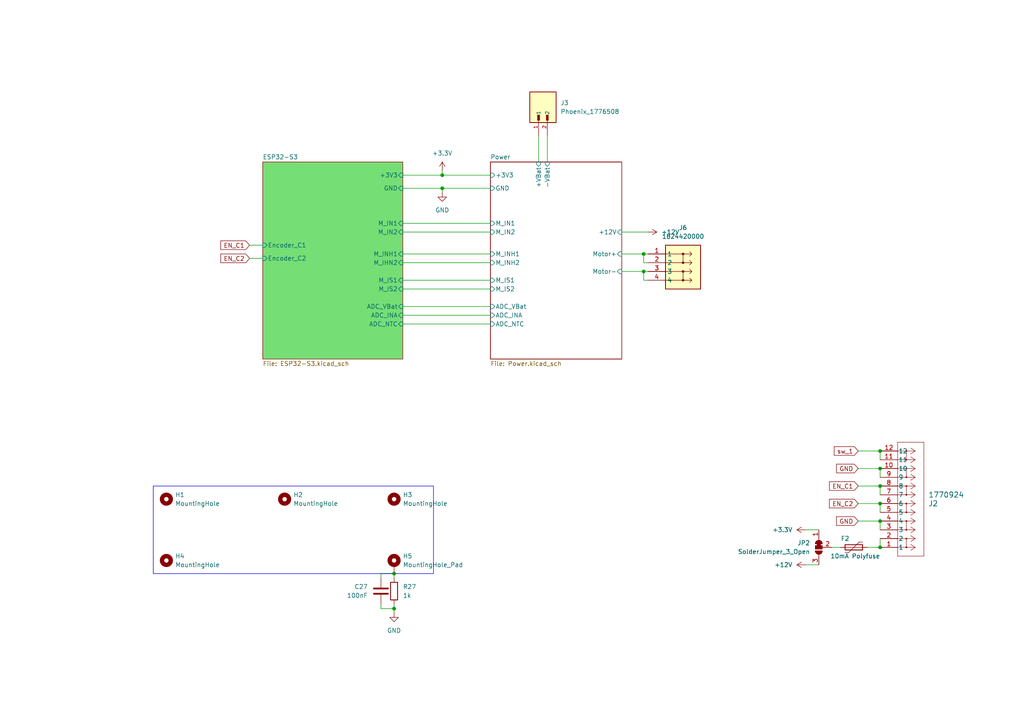
<source format=kicad_sch>
(kicad_sch (version 20230121) (generator eeschema)
  (paper "A4")
  (lib_symbols
    (symbol "BugWiper_Lib:1770924" (pin_names (offset 0.254))
      (property "Reference" "J" (at 8.89 6.35 0))
      (property "Value" "1770924" (at 0 0 0))
      (symbol "1770924_0_1"
        (polyline (pts (xy 5.08 -30.48) (xy 12.7 -30.48)) (stroke (width 0.127)))
        (polyline (pts (xy 5.08 2.54) (xy 5.08 -30.48)) (stroke (width 0.127)))
        (polyline (pts (xy 7.62 -25.4) (xy 7.62 -27.94)) (stroke (width 0.127)))
        (polyline (pts (xy 7.62 -20.32) (xy 7.62 -22.86)) (stroke (width 0.127)))
        (polyline (pts (xy 7.62 -15.24) (xy 7.62 -17.78)) (stroke (width 0.127)))
        (polyline (pts (xy 7.62 -10.16) (xy 7.62 -12.7)) (stroke (width 0.127)))
        (polyline (pts (xy 7.62 -5.08) (xy 7.62 -7.62)) (stroke (width 0.127)))
        (polyline (pts (xy 7.62 0) (xy 7.62 -2.54)) (stroke (width 0.127)))
        (polyline (pts (xy 10.16 -27.94) (xy 5.08 -27.94)) (stroke (width 0.127)))
        (polyline (pts (xy 10.16 -27.94) (xy 8.89 -28.7867)) (stroke (width 0.127)))
        (polyline (pts (xy 10.16 -27.94) (xy 8.89 -27.0933)) (stroke (width 0.127)))
        (polyline (pts (xy 10.16 -25.4) (xy 5.08 -25.4)) (stroke (width 0.127)))
        (polyline (pts (xy 10.16 -25.4) (xy 8.89 -26.2467)) (stroke (width 0.127)))
        (polyline (pts (xy 10.16 -25.4) (xy 8.89 -24.5533)) (stroke (width 0.127)))
        (polyline (pts (xy 10.16 -22.86) (xy 5.08 -22.86)) (stroke (width 0.127)))
        (polyline (pts (xy 10.16 -22.86) (xy 8.89 -23.7067)) (stroke (width 0.127)))
        (polyline (pts (xy 10.16 -22.86) (xy 8.89 -22.0133)) (stroke (width 0.127)))
        (polyline (pts (xy 10.16 -20.32) (xy 5.08 -20.32)) (stroke (width 0.127)))
        (polyline (pts (xy 10.16 -20.32) (xy 8.89 -21.1667)) (stroke (width 0.127)))
        (polyline (pts (xy 10.16 -20.32) (xy 8.89 -19.4733)) (stroke (width 0.127)))
        (polyline (pts (xy 10.16 -17.78) (xy 5.08 -17.78)) (stroke (width 0.127)))
        (polyline (pts (xy 10.16 -17.78) (xy 8.89 -18.6267)) (stroke (width 0.127)))
        (polyline (pts (xy 10.16 -17.78) (xy 8.89 -16.9333)) (stroke (width 0.127)))
        (polyline (pts (xy 10.16 -15.24) (xy 5.08 -15.24)) (stroke (width 0.127)))
        (polyline (pts (xy 10.16 -15.24) (xy 8.89 -16.0867)) (stroke (width 0.127)))
        (polyline (pts (xy 10.16 -15.24) (xy 8.89 -14.3933)) (stroke (width 0.127)))
        (polyline (pts (xy 10.16 -12.7) (xy 5.08 -12.7)) (stroke (width 0.127)))
        (polyline (pts (xy 10.16 -12.7) (xy 8.89 -13.5467)) (stroke (width 0.127)))
        (polyline (pts (xy 10.16 -12.7) (xy 8.89 -11.8533)) (stroke (width 0.127)))
        (polyline (pts (xy 10.16 -10.16) (xy 5.08 -10.16)) (stroke (width 0.127)))
        (polyline (pts (xy 10.16 -10.16) (xy 8.89 -11.0067)) (stroke (width 0.127)))
        (polyline (pts (xy 10.16 -10.16) (xy 8.89 -9.3133)) (stroke (width 0.127)))
        (polyline (pts (xy 10.16 -7.62) (xy 5.08 -7.62)) (stroke (width 0.127)))
        (polyline (pts (xy 10.16 -7.62) (xy 8.89 -8.4667)) (stroke (width 0.127)))
        (polyline (pts (xy 10.16 -7.62) (xy 8.89 -6.7733)) (stroke (width 0.127)))
        (polyline (pts (xy 10.16 -5.08) (xy 5.08 -5.08)) (stroke (width 0.127)))
        (polyline (pts (xy 10.16 -5.08) (xy 8.89 -5.9267)) (stroke (width 0.127)))
        (polyline (pts (xy 10.16 -5.08) (xy 8.89 -4.2333)) (stroke (width 0.127)))
        (polyline (pts (xy 10.16 -2.54) (xy 5.08 -2.54)) (stroke (width 0.127)))
        (polyline (pts (xy 10.16 -2.54) (xy 8.89 -3.3867)) (stroke (width 0.127)))
        (polyline (pts (xy 10.16 -2.54) (xy 8.89 -1.6933)) (stroke (width 0.127)))
        (polyline (pts (xy 10.16 0) (xy 5.08 0)) (stroke (width 0.127)))
        (polyline (pts (xy 10.16 0) (xy 8.89 -0.8467)) (stroke (width 0.127)))
        (polyline (pts (xy 10.16 0) (xy 8.89 0.8467)) (stroke (width 0.127)))
        (polyline (pts (xy 12.7 -30.48) (xy 12.7 2.54)) (stroke (width 0.127)))
        (polyline (pts (xy 12.7 2.54) (xy 5.08 2.54)) (stroke (width 0.127)))
        (circle (center 7.62 -27.94) (radius 0.127) (stroke (width 0.254)))
        (circle (center 7.62 -25.4) (radius 0.127) (stroke (width 0.254)))
        (circle (center 7.62 -22.86) (radius 0.127) (stroke (width 0.254)))
        (circle (center 7.62 -20.32) (radius 0.127) (stroke (width 0.254)))
        (circle (center 7.62 -17.78) (radius 0.127) (stroke (width 0.254)))
        (circle (center 7.62 -15.24) (radius 0.127) (stroke (width 0.254)))
        (circle (center 7.62 -12.7) (radius 0.127) (stroke (width 0.254)))
        (circle (center 7.62 -10.16) (radius 0.127) (stroke (width 0.254)))
        (circle (center 7.62 -7.62) (radius 0.127) (stroke (width 0.254)))
        (circle (center 7.62 -5.08) (radius 0.127) (stroke (width 0.254)))
        (circle (center 7.62 -2.54) (radius 0.127) (stroke (width 0.254)))
        (circle (center 7.62 0) (radius 0.127) (stroke (width 0.254)))
        (pin unspecified line (at 0 0 0) (length 5.08) (name "1") (number "1"))
        (pin unspecified line (at 0 -22.86 0) (length 5.08) (name "10") (number "10"))
        (pin unspecified line (at 0 -25.4 0) (length 5.08) (name "11") (number "11"))
        (pin unspecified line (at 0 -27.94 0) (length 5.08) (name "12") (number "12"))
        (pin unspecified line (at 0 -2.54 0) (length 5.08) (name "2") (number "2"))
        (pin unspecified line (at 0 -5.08 0) (length 5.08) (name "3") (number "3"))
        (pin unspecified line (at 0 -7.62 0) (length 5.08) (name "4") (number "4"))
        (pin unspecified line (at 0 -10.16 0) (length 5.08) (name "5") (number "5"))
        (pin unspecified line (at 0 -12.7 0) (length 5.08) (name "6") (number "6"))
        (pin unspecified line (at 0 -15.24 0) (length 5.08) (name "7") (number "7"))
        (pin unspecified line (at 0 -17.78 0) (length 5.08) (name "8") (number "8"))
        (pin unspecified line (at 0 -20.32 0) (length 5.08) (name "9") (number "9"))
      )
    )
    (symbol "BugWiper_Lib:1824420000"
      (property "Reference" "J" (at 10.033 7.239 0))
      (property "Value" "1824420000" (at 4.064 4.699 0))
      (symbol "1824420000_0_1"
        (polyline (pts (xy 10.16 -7.62) (xy 12.7 -7.62)))
        (polyline (pts (xy 10.16 -5.08) (xy 12.7 -5.08)))
        (polyline (pts (xy 10.16 -2.54) (xy 12.7 -2.54)))
        (polyline (pts (xy 10.16 0) (xy 12.7 0)))
        (polyline (pts (xy 12.7 -2.54) (xy 12.065 -3.175)))
        (polyline (pts (xy 12.7 -2.54) (xy 12.065 -1.905)))
        (polyline (pts (xy 5.08 -5.08) (xy 10.16 -5.08) (xy 10.16 -7.62) (xy 5.08 -7.62)))
        (polyline (pts (xy 5.08 0) (xy 10.16 0) (xy 10.16 -2.54) (xy 5.08 -2.54)))
        (polyline (pts (xy 12.7 -7.62) (xy 12.065 -6.985) (xy 12.7 -7.62) (xy 12.065 -8.255)))
        (polyline (pts (xy 12.7 -5.08) (xy 12.065 -4.445) (xy 12.7 -5.08) (xy 12.065 -5.715)))
        (polyline (pts (xy 12.7 0) (xy 12.065 0.635) (xy 12.7 0) (xy 12.065 -0.635)))
      )
      (symbol "1824420000_1_1"
        (rectangle (start 5.08 2.54) (end 15.24 -10.16) (stroke (width 0.254)) (fill (type background)))
        (circle (center 10.16 -7.62) (radius 0.284) (fill (type outline)))
        (circle (center 10.16 -5.08) (radius 0.284) (fill (type outline)))
        (circle (center 10.16 -2.54) (radius 0.284) (fill (type outline)))
        (circle (center 10.16 0) (radius 0.284) (fill (type outline)))
        (pin passive line (at 0 0 0) (length 5.08) (name "1") (number "1"))
        (pin passive line (at 0 -2.54 0) (length 5.08) (name "2") (number "2"))
        (pin passive line (at 0 -5.08 0) (length 5.08) (name "3") (number "3"))
        (pin passive line (at 0 -7.62 0) (length 5.08) (name "4") (number "4"))
      )
    )
    (symbol "BugWiper_Lib:Phoenix_1776508" (pin_names (offset 1.016))
      (property "Reference" "J" (at -2.54 3.302 0))
      (property "Value" "Phoenix_1776508" (at -2.54 -7.62 0))
      (symbol "Phoenix_1776508_0_0"
        (rectangle (start -3.81 -5.08) (end 5.08 2.54) (stroke (width 0.254)) (fill (type background)))
        (rectangle (start -3.175 -2.8575) (end -1.5875 -2.2225) (stroke (width 0.1)) (fill (type outline)))
        (rectangle (start -3.175 -0.3175) (end -1.5875 0.3175) (stroke (width 0.1)) (fill (type outline)))
        (pin passive line (at -7.62 0 0) (length 5.08) (name "1") (number "1"))
        (pin passive line (at -7.62 -2.54 0) (length 5.08) (name "2") (number "2"))
      )
    )
    (symbol "Device:C" (pin_numbers hide) (pin_names (offset 0.254))
      (property "Reference" "C" (at 0.635 2.54 0))
      (property "Value" "C" (at 0.635 -2.54 0))
      (symbol "C_0_1"
        (polyline (pts (xy -2.032 -0.762) (xy 2.032 -0.762)) (stroke (width 0.508)))
        (polyline (pts (xy -2.032 0.762) (xy 2.032 0.762)) (stroke (width 0.508)))
      )
      (symbol "C_1_1"
        (pin passive line (at 0 3.81 270) (length 2.794) (name "~") (number "1"))
        (pin passive line (at 0 -3.81 90) (length 2.794) (name "~") (number "2"))
      )
    )
    (symbol "Device:Polyfuse" (pin_numbers hide) (pin_names (offset 0))
      (property "Reference" "F" (at -2.54 0 90))
      (property "Value" "Polyfuse" (at 2.54 0 90))
      (symbol "Polyfuse_0_1"
        (rectangle (start -0.762 2.54) (end 0.762 -2.54) (stroke (width 0.254)))
        (polyline (pts (xy 0 2.54) (xy 0 -2.54)))
        (polyline (pts (xy -1.524 2.54) (xy -1.524 1.524) (xy 1.524 -1.524) (xy 1.524 -2.54)))
      )
      (symbol "Polyfuse_1_1"
        (pin passive line (at 0 3.81 270) (length 1.27) (name "~") (number "1"))
        (pin passive line (at 0 -3.81 90) (length 1.27) (name "~") (number "2"))
      )
    )
    (symbol "Device:R" (pin_numbers hide) (pin_names (offset 0))
      (property "Reference" "R" (at 2.032 0 90))
      (property "Value" "R" (at 0 0 90))
      (symbol "R_0_1"
        (rectangle (start -1.016 -2.54) (end 1.016 2.54) (stroke (width 0.254)))
      )
      (symbol "R_1_1"
        (pin passive line (at 0 3.81 270) (length 1.27) (name "~") (number "1"))
        (pin passive line (at 0 -3.81 90) (length 1.27) (name "~") (number "2"))
      )
    )
    (symbol "Jumper:SolderJumper_3_Bridged12" (pin_names (offset 0) hide)
      (property "Reference" "JP" (at -2.54 -2.54 0))
      (property "Value" "SolderJumper_3_Bridged12" (at 0 2.794 0))
      (symbol "SolderJumper_3_Bridged12_0_1"
        (rectangle (start -1.016 0.508) (end -0.508 -0.508) (fill (type outline)))
        (arc (start -1.016 1.016) (mid -2.0276 0) (end -1.016 -1.016))
        (arc (start -1.016 1.016) (mid -2.0276 0) (end -1.016 -1.016) (fill (type outline)))
        (rectangle (start -0.508 1.016) (end 0.508 -1.016) (fill (type outline)))
        (polyline (pts (xy -2.54 0) (xy -2.032 0)))
        (polyline (pts (xy -1.016 1.016) (xy -1.016 -1.016)))
        (polyline (pts (xy 0 -1.27) (xy 0 -1.016)))
        (polyline (pts (xy 1.016 1.016) (xy 1.016 -1.016)))
        (polyline (pts (xy 2.54 0) (xy 2.032 0)))
        (arc (start 1.016 -1.016) (mid 2.0276 0) (end 1.016 1.016))
        (arc (start 1.016 -1.016) (mid 2.0276 0) (end 1.016 1.016) (fill (type outline)))
      )
      (symbol "SolderJumper_3_Bridged12_1_1"
        (pin passive line (at -5.08 0 0) (length 2.54) (name "A") (number "1"))
        (pin passive line (at 0 -3.81 90) (length 2.54) (name "C") (number "2"))
        (pin passive line (at 5.08 0 180) (length 2.54) (name "B") (number "3"))
      )
    )
    (symbol "Mechanical:MountingHole" (pin_names (offset 1.016))
      (property "Reference" "H" (at 0 5.08 0))
      (property "Value" "MountingHole" (at 0 3.175 0))
      (symbol "MountingHole_0_1"
        (circle (center 0 0) (radius 1.27) (stroke (width 1.27)))
      )
    )
    (symbol "Mechanical:MountingHole_Pad" (pin_numbers hide) (pin_names (offset 1.016) hide)
      (property "Reference" "H" (at 0 6.35 0))
      (property "Value" "MountingHole_Pad" (at 0 4.445 0))
      (symbol "MountingHole_Pad_0_1"
        (circle (center 0 1.27) (radius 1.27) (stroke (width 1.27)))
      )
      (symbol "MountingHole_Pad_1_1"
        (pin input line (at 0 -2.54 90) (length 2.54) (name "1") (number "1"))
      )
    )
    (symbol "power:+12V" (power) (pin_names (offset 0))
      (property "Value" "+12V" (at 0 3.556 0))
      (symbol "+12V_0_1"
        (polyline (pts (xy -0.762 1.27) (xy 0 2.54)))
        (polyline (pts (xy 0 0) (xy 0 2.54)))
        (polyline (pts (xy 0 2.54) (xy 0.762 1.27)))
      )
      (symbol "+12V_1_1"
        (pin power_in line (at 0 0 90) (length 0) hide (name "+12V") (number "1"))
      )
    )
    (symbol "power:+3.3V" (power) (pin_names (offset 0))
      (property "Value" "+3.3V" (at 0 3.556 0))
      (symbol "+3.3V_0_1"
        (polyline (pts (xy -0.762 1.27) (xy 0 2.54)))
        (polyline (pts (xy 0 0) (xy 0 2.54)))
        (polyline (pts (xy 0 2.54) (xy 0.762 1.27)))
      )
      (symbol "+3.3V_1_1"
        (pin power_in line (at 0 0 90) (length 0) hide (name "+3.3V") (number "1"))
      )
    )
    (symbol "power:GND" (power) (pin_names (offset 0))
      (property "Value" "GND" (at 0 -3.81 0))
      (symbol "GND_0_1"
        (polyline (pts (xy 0 0) (xy 0 -1.27) (xy 1.27 -1.27) (xy 0 -2.54) (xy -1.27 -1.27) (xy 0 -1.27)))
      )
      (symbol "GND_1_1"
        (pin power_in line (at 0 0 270) (length 0) hide (name "GND") (number "1"))
      )
    )
  )
  (junction (at 114.3 176.53))
  (junction (at 114.3 166.37))
  (junction (at 255.27 151.13))
  (junction (at 128.27 50.8))
  (junction (at 255.27 146.05))
  (junction (at 255.27 135.89))
  (junction (at 186.69 73.66))
  (junction (at 255.27 140.97))
  (junction (at 128.27 54.61))
  (junction (at 255.27 130.81))
  (junction (at 255.27 158.75))
  (junction (at 186.69 78.74))
  (wire (pts (xy 255.27 146.05) (xy 255.27 148.59)))
  (wire (pts (xy 248.92 151.13) (xy 255.27 151.13)))
  (wire (pts (xy 128.27 54.61) (xy 128.27 55.88)))
  (wire (pts (xy 180.34 78.74) (xy 186.69 78.74)))
  (wire (pts (xy 180.34 73.66) (xy 186.69 73.66)))
  (wire (pts (xy 116.84 76.2) (xy 142.24 76.2)))
  (wire (pts (xy 186.69 78.74) (xy 186.69 81.28)))
  (wire (pts (xy 248.92 135.89) (xy 255.27 135.89)))
  (wire (pts (xy 156.21 39.37) (xy 156.21 46.99)))
  (wire (pts (xy 116.84 81.28) (xy 142.24 81.28)))
  (wire (pts (xy 233.68 163.83) (xy 237.49 163.83)))
  (wire (pts (xy 116.84 64.77) (xy 142.24 64.77)))
  (wire (pts (xy 248.92 146.05) (xy 255.27 146.05)))
  (wire (pts (xy 180.34 67.31) (xy 187.96 67.31)))
  (wire (pts (xy 110.49 176.53) (xy 110.49 175.26)))
  (wire (pts (xy 116.84 93.98) (xy 142.24 93.98)))
  (wire (pts (xy 248.92 130.81) (xy 255.27 130.81)))
  (wire (pts (xy 114.3 176.53) (xy 114.3 177.8)))
  (wire (pts (xy 248.92 140.97) (xy 255.27 140.97)))
  (wire (pts (xy 186.69 73.66) (xy 186.69 76.2)))
  (wire (pts (xy 116.84 54.61) (xy 128.27 54.61)))
  (wire (pts (xy 233.68 153.67) (xy 237.49 153.67)))
  (wire (pts (xy 72.39 74.93) (xy 76.2 74.93)))
  (wire (pts (xy 116.84 88.9) (xy 142.24 88.9)))
  (wire (pts (xy 128.27 49.53) (xy 128.27 50.8)))
  (wire (pts (xy 255.27 156.21) (xy 255.27 158.75)))
  (wire (pts (xy 186.69 78.74) (xy 187.96 78.74)))
  (wire (pts (xy 241.3 158.75) (xy 243.84 158.75)))
  (wire (pts (xy 128.27 50.8) (xy 142.24 50.8)))
  (wire (pts (xy 116.84 91.44) (xy 142.24 91.44)))
  (wire (pts (xy 116.84 73.66) (xy 142.24 73.66)))
  (wire (pts (xy 116.84 50.8) (xy 128.27 50.8)))
  (wire (pts (xy 128.27 54.61) (xy 142.24 54.61)))
  (wire (pts (xy 158.75 39.37) (xy 158.75 46.99)))
  (wire (pts (xy 110.49 166.37) (xy 114.3 166.37)))
  (wire (pts (xy 255.27 140.97) (xy 255.27 143.51)))
  (wire (pts (xy 187.96 76.2) (xy 186.69 76.2)))
  (wire (pts (xy 255.27 130.81) (xy 255.27 133.35)))
  (wire (pts (xy 186.69 73.66) (xy 187.96 73.66)))
  (wire (pts (xy 72.39 71.12) (xy 76.2 71.12)))
  (wire (pts (xy 114.3 176.53) (xy 114.3 175.26)))
  (wire (pts (xy 110.49 176.53) (xy 114.3 176.53)))
  (wire (pts (xy 116.84 83.82) (xy 142.24 83.82)))
  (wire (pts (xy 255.27 135.89) (xy 255.27 138.43)))
  (wire (pts (xy 255.27 151.13) (xy 255.27 153.67)))
  (wire (pts (xy 116.84 67.31) (xy 142.24 67.31)))
  (wire (pts (xy 251.46 158.75) (xy 255.27 158.75)))
  (wire (pts (xy 114.3 166.37) (xy 114.3 167.64)))
  (wire (pts (xy 110.49 166.37) (xy 110.49 167.64)))
  (wire (pts (xy 187.96 81.28) (xy 186.69 81.28)))
  (rectangle (start 44.45 140.97) (end 125.73 166.37))
  (global_label "EN_C1" (shape input) (at 248.92 140.97 180) (property "Intersheetrefs" "${INTERSHEET_REFS}" (effects hide)))
  (global_label "GND" (shape input) (at 248.92 151.13 180) (property "Intersheetrefs" "${INTERSHEET_REFS}" (effects hide)))
  (global_label "GND" (shape input) (at 248.92 135.89 180) (property "Intersheetrefs" "${INTERSHEET_REFS}" (effects hide)))
  (global_label "EN_C2" (shape input) (at 72.39 74.93 180) (property "Intersheetrefs" "${INTERSHEET_REFS}" (effects hide)))
  (global_label "EN_C2" (shape input) (at 248.92 146.05 180) (property "Intersheetrefs" "${INTERSHEET_REFS}" (effects hide)))
  (global_label "sw_1" (shape input) (at 248.92 130.81 180) (property "Intersheetrefs" "${INTERSHEET_REFS}" (effects hide)))
  (global_label "EN_C1" (shape input) (at 72.39 71.12 180) (property "Intersheetrefs" "${INTERSHEET_REFS}" (effects hide)))
  (symbol (lib_id "power:+3.3V") (at 233.68 153.67 90) (unit 1)
    (property "Reference" "#PWR065" (effects hide))
    (property "Value" "+3.3V" (at 229.87 153.67 90) (effects (justify left)))
  )
  (symbol (lib_id "BugWiper_Lib:1770924") (at 255.27 158.75 0) (mirror x) (unit 1)
    (property "Reference" "J2" (at 269.24 146.05 0) (effects (font (size 1.524 1.524)) (justify left)))
    (property "Value" "1770924" (at 269.24 143.51 0) (effects (font (size 1.524 1.524)) (justify left)))
    (property "Footprint" "CONN_1814537" (effects hide))
    (property "Datasheet" "1770924" (effects hide))
  )
  (symbol (lib_id "Jumper:SolderJumper_3_Bridged12") (at 237.49 158.75 90) (mirror x) (unit 1)
    (property "Reference" "JP2" (at 234.95 157.48 90) (effects (justify left)))
    (property "Value" "SolderJumper_3_Open" (at 234.95 160.02 90) (effects (justify left)))
    (property "Footprint" "BugWiper_lib:SolderJumper_R_SMD_0603" (effects hide))
  )
  (symbol (lib_id "BugWiper_Lib:Phoenix_1776508") (at 156.21 31.75 90) (unit 1)
    (property "Reference" "J3" (at 162.56 29.845 90) (effects (justify right)))
    (property "Value" "Phoenix_1776508" (at 162.56 32.385 90) (effects (justify right)))
    (property "Footprint" "BugWiper_lib:PHOENIX_1776508" (effects hide))
    (property "PARTREV" "06.02.2024" (effects hide))
    (property "STANDARD" "Manufacturer Recommendations" (effects hide))
    (property "MAXIMUM_PACKAGE_HEIGHT" "8.75mm" (effects hide))
    (property "MANUFACTURER" "Phoenix Contact" (effects hide))
  )
  (symbol (lib_id "Device:Polyfuse") (at 247.65 158.75 270) (unit 1)
    (property "Reference" "F2" (at 246.38 156.21 90) (effects (justify right)))
    (property "Value" "10mA Polyfuse" (at 255.27 161.29 90) (effects (justify right)))
    (property "Footprint" "Resistor_SMD:R_1206_3216Metric" (effects hide))
  )
  (symbol (lib_id "power:+12V") (at 187.96 67.31 270) (unit 1)
    (property "Reference" "#PWR063" (effects hide))
    (property "Value" "+12V" (at 191.77 67.31 90) (effects (justify left)))
  )
  (symbol (lib_id "Mechanical:MountingHole") (at 114.3 144.78 0) (unit 1)
    (property "Reference" "H3" (at 116.84 143.51 0) (effects (justify left)))
    (property "Value" "MountingHole" (at 116.84 146.05 0) (effects (justify left)))
    (property "Footprint" "MountingHole:MountingHole_3.2mm_M3_DIN965" (effects hide))
  )
  (symbol (lib_id "power:+12V") (at 233.68 163.83 90) (unit 1)
    (property "Reference" "#PWR064" (effects hide))
    (property "Value" "+12V" (at 229.87 163.83 90) (effects (justify left)))
  )
  (symbol (lib_id "power:GND") (at 128.27 55.88 0) (unit 1)
    (property "Reference" "#PWR033" (effects hide))
    (property "Value" "GND" (at 128.27 60.96 0))
  )
  (symbol (lib_id "Mechanical:MountingHole") (at 48.26 144.78 0) (unit 1)
    (property "Reference" "H1" (at 50.8 143.51 0) (effects (justify left)))
    (property "Value" "MountingHole" (at 50.8 146.05 0) (effects (justify left)))
    (property "Footprint" "MountingHole:MountingHole_3.2mm_M3_DIN965" (effects hide))
  )
  (symbol (lib_id "power:+3.3V") (at 128.27 49.53 0) (unit 1)
    (property "Reference" "#PWR062" (effects hide))
    (property "Value" "+3.3V" (at 128.27 44.45 0))
  )
  (symbol (lib_id "Device:C") (at 110.49 171.45 0) (mirror y) (unit 1)
    (property "Reference" "C27" (at 106.68 170.18 0) (effects (justify left)))
    (property "Value" "100nF" (at 106.68 172.72 0) (effects (justify left)))
    (property "Footprint" "Capacitor_SMD:C_0603_1608Metric" (effects hide))
  )
  (symbol (lib_id "Mechanical:MountingHole_Pad") (at 114.3 163.83 0) (unit 1)
    (property "Reference" "H5" (at 116.84 161.29 0) (effects (justify left)))
    (property "Value" "MountingHole_Pad" (at 116.84 163.83 0) (effects (justify left)))
    (property "Footprint" "MountingHole:MountingHole_3.2mm_M3_DIN965_Pad_TopBottom" (effects hide))
  )
  (symbol (lib_id "power:GND") (at 114.3 177.8 0) (unit 1)
    (property "Reference" "#PWR034" (effects hide))
    (property "Value" "GND" (at 114.3 182.88 0))
  )
  (symbol (lib_id "Mechanical:MountingHole") (at 82.55 144.78 0) (unit 1)
    (property "Reference" "H2" (at 85.09 143.51 0) (effects (justify left)))
    (property "Value" "MountingHole" (at 85.09 146.05 0) (effects (justify left)))
    (property "Footprint" "MountingHole:MountingHole_3.2mm_M3_DIN965" (effects hide))
  )
  (symbol (lib_id "Device:R") (at 114.3 171.45 0) (unit 1)
    (property "Reference" "R27" (at 116.84 170.18 0) (effects (justify left)))
    (property "Value" "1k" (at 116.84 172.72 0) (effects (justify left)))
    (property "Footprint" "Resistor_SMD:R_0603_1608Metric" (effects hide))
  )
  (symbol (lib_id "BugWiper_Lib:1824420000") (at 187.96 73.66 0) (unit 1)
    (property "Reference" "J6" (at 198.12 66.04 0))
    (property "Value" "1824420000" (at 198.12 68.58 0))
    (property "Footprint" "SHDR4W80P700X350_2X2_770X1400X850P" (effects hide))
    (property "Datasheet" "http://catalog.weidmueller.com/createDatasheetForMobile.do?ordernumber=1824420000&scope1=1&scope2=1&localeId=en" (effects hide))
    (property "Height" "8.5" (effects hide))
    (property "Mouser Part Number" "470-1824420000" (effects hide))
    (property "Mouser Price/Stock" "https://www.mouser.co.uk/ProductDetail/Weidmuller/1824420000?qs=BTG2th8YmhRalByZSURrtg%3D%3D" (effects hide))
    (property "Manufacturer_Name" "Weidmuller" (effects hide))
    (property "Manufacturer_Part_Number" "1824420000" (effects hide))
  )
  (symbol (lib_id "Mechanical:MountingHole") (at 48.26 162.56 0) (unit 1)
    (property "Reference" "H4" (at 50.8 161.29 0) (effects (justify left)))
    (property "Value" "MountingHole" (at 50.8 163.83 0) (effects (justify left)))
    (property "Footprint" "MountingHole:MountingHole_3.2mm_M3_DIN965" (effects hide))
  )
  (sheet (at 142.24 46.99) (size 38.1 57.15) (stroke (width 0.1524))
    (property "Sheetname" "Power" (at 142.24 46.2784 0) (effects (justify left bottom)))
    (property "Sheetfile" "Power.kicad_sch" (at 142.24 104.7246 0) (effects (justify left top)))
    (pin "+VBat" input (at 156.21 46.99 90))
    (pin "Motor+" input (at 180.34 73.66 0))
    (pin "Motor-" input (at 180.34 78.74 0))
    (pin "ADC_VBat" input (at 142.24 88.9 180))
    (pin "-VBat" input (at 158.75 46.99 90))
    (pin "M_IN1" input (at 142.24 64.77 180))
    (pin "M_IS2" input (at 142.24 83.82 180))
    (pin "M_IS1" input (at 142.24 81.28 180))
    (pin "M_IN2" input (at 142.24 67.31 180))
    (pin "M_INH2" input (at 142.24 76.2 180))
    (pin "M_INH1" input (at 142.24 73.66 180))
    (pin "+3V3" input (at 142.24 50.8 180))
    (pin "GND" input (at 142.24 54.61 180))
    (pin "ADC_INA" input (at 142.24 91.44 180))
    (pin "ADC_NTC" input (at 142.24 93.98 180))
    (pin "+12V" input (at 180.34 67.31 0))
  )
  (sheet (at 76.2 46.99) (size 40.64 57.15) (stroke (width 0.1524)) (fill (color 0 194 0 0.5400))
    (property "Sheetname" "ESP32-S3" (at 76.2 46.2784 0) (effects (justify left bottom)))
    (property "Sheetfile" "ESP32-S3.kicad_sch" (at 76.2 104.7246 0) (effects (justify left top)))
    (pin "+3V3" input (at 116.84 50.8 0))
    (pin "GND" input (at 116.84 54.61 0))
    (pin "Encoder_C1" input (at 76.2 71.12 180))
    (pin "Encoder_C2" input (at 76.2 74.93 180))
    (pin "ADC_VBat" input (at 116.84 88.9 0))
    (pin "M_IS2" input (at 116.84 83.82 0))
    (pin "M_IS1" input (at 116.84 81.28 0))
    (pin "M_IN1" input (at 116.84 64.77 0))
    (pin "M_IN2" input (at 116.84 67.31 0))
    (pin "M_INH1" input (at 116.84 73.66 0))
    (pin "M_IHN2" input (at 116.84 76.2 0))
    (pin "ADC_INA" input (at 116.84 91.44 0))
    (pin "ADC_NTC" input (at 116.84 93.98 0))
  )
)
</source>
